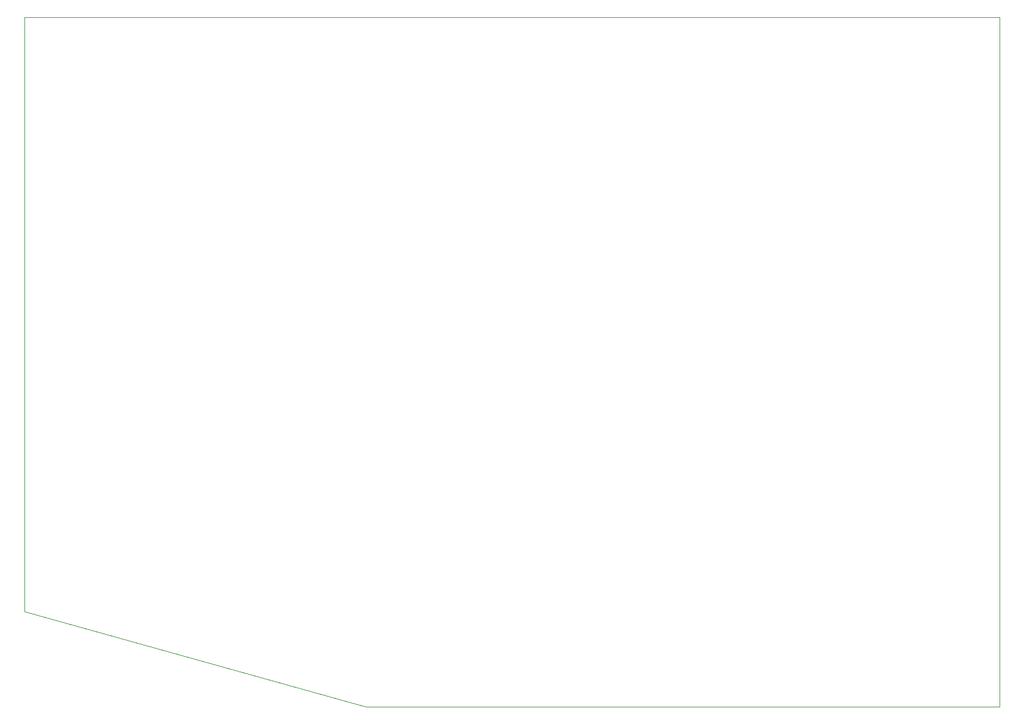
<source format=gbr>
%TF.GenerationSoftware,KiCad,Pcbnew,9.0.7-9.0.7~ubuntu24.04.1*%
%TF.CreationDate,2026-02-23T19:59:15-05:00*%
%TF.ProjectId,schematic,73636865-6d61-4746-9963-2e6b69636164,rev?*%
%TF.SameCoordinates,Original*%
%TF.FileFunction,Profile,NP*%
%FSLAX46Y46*%
G04 Gerber Fmt 4.6, Leading zero omitted, Abs format (unit mm)*
G04 Created by KiCad (PCBNEW 9.0.7-9.0.7~ubuntu24.04.1) date 2026-02-23 19:59:15*
%MOMM*%
%LPD*%
G01*
G04 APERTURE LIST*
%TA.AperFunction,Profile*%
%ADD10C,0.050000*%
%TD*%
G04 APERTURE END LIST*
D10*
X108000000Y-41000000D02*
X198000000Y-41000000D01*
X108500000Y-139000000D02*
X108000000Y-139000000D01*
X108000000Y-41000000D02*
X59500000Y-41000000D01*
X198000000Y-41000000D02*
X198000000Y-139000000D01*
X198000000Y-139000000D02*
X108500000Y-139000000D01*
X59500000Y-41000000D02*
X59500000Y-125500000D01*
X108000000Y-139000000D02*
X59500000Y-125500000D01*
M02*

</source>
